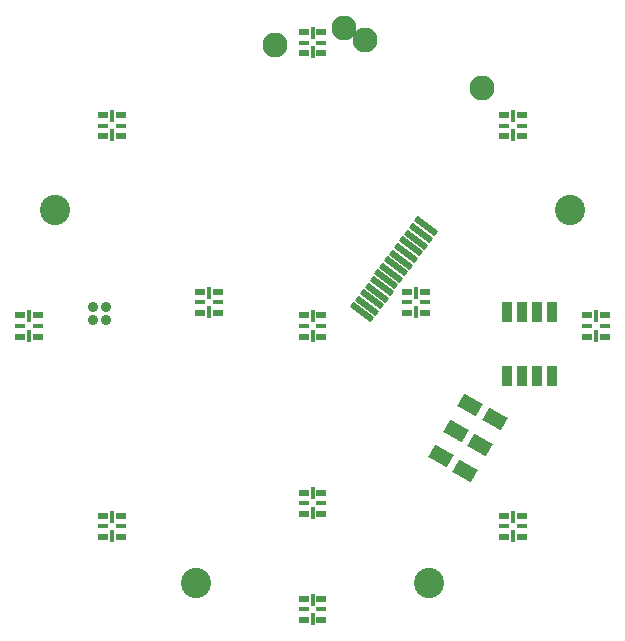
<source format=gbs>
%FSTAX23Y23*%
%MOMM*%
%SFA1B1*%

%IPPOS*%
%AMD85*
4,1,4,-0.480060,0.967740,-1.079500,-0.068580,0.480060,-0.967740,1.079500,0.068580,-0.480060,0.967740,0.0*
%
%AMD86*
4,1,4,0.713740,-0.881380,1.043940,-0.441960,-0.713740,0.881380,-1.043940,0.441960,0.713740,-0.881380,0.0*
%
%ADD72R,0.899998X0.599999*%
%ADD73R,0.899998X0.399999*%
%ADD74R,0.399999X1.099998*%
%ADD82C,2.102996*%
%ADD83C,2.560995*%
%ADD84C,0.888998*%
G04~CAMADD=85~9~0.0~0.0~473.6~709.8~0.0~0.0~0~0.0~0.0~0.0~0.0~0~0.0~0.0~0.0~0.0~0~0.0~0.0~0.0~60.0~850.0~761.0*
%ADD85D85*%
G04~CAMADD=86~9~0.0~0.0~217.7~867.3~0.0~0.0~0~0.0~0.0~0.0~0.0~0~0.0~0.0~0.0~0.0~0~0.0~0.0~0.0~233.0~822.0~693.0*
%ADD86D86*%
%ADD87R,0.812998X1.802996*%
%LNledpendantpcb-1*%
%LPD*%
G54D72*
X09499Y02899D03*
Y01099D03*
X07999Y02899D03*
Y01099D03*
X-00749Y-00899D03*
Y00899D03*
X00749Y-00899D03*
Y00899D03*
X-07999Y02899D03*
Y01099D03*
X-09499Y02899D03*
Y01099D03*
X-00749Y-15899D03*
Y-14099D03*
X00749Y-15899D03*
Y-14099D03*
Y-23099D03*
Y-24899D03*
X-00749Y-23099D03*
Y-24899D03*
X-17719Y-17869D03*
Y-16069D03*
X-16219Y-17869D03*
Y-16069D03*
X-23249Y00899D03*
Y-00899D03*
X-24749Y00899D03*
Y-00899D03*
X-17719Y16069D03*
Y17869D03*
X-16219Y16069D03*
Y17869D03*
X00749Y24899D03*
Y23099D03*
X-00749Y24899D03*
Y23099D03*
X16219Y16069D03*
Y17869D03*
X17719Y16069D03*
Y17869D03*
X24749Y00899D03*
Y-00899D03*
X23249Y00899D03*
Y-00899D03*
X16219Y-17869D03*
Y-16069D03*
X17719Y-17869D03*
Y-16069D03*
G54D73*
X09499Y01999D03*
X07999D03*
X-00749Y0D03*
X00749D03*
X-07999Y01999D03*
X-09499D03*
X-00749Y-14999D03*
X00749D03*
Y-23999D03*
X-00749D03*
X-17719Y-16969D03*
X-16219D03*
X-23249Y0D03*
X-24749D03*
X-17719Y16969D03*
X-16219D03*
X00749Y23999D03*
X-00749D03*
X16219Y16969D03*
X17719D03*
X24749Y0D03*
X23249D03*
X16219Y-16969D03*
X17719D03*
G54D74*
X08749Y02829D03*
Y01169D03*
X0Y-00829D03*
Y00829D03*
X-08749Y02829D03*
Y01169D03*
X0Y-15829D03*
Y-14169D03*
Y-23169D03*
Y-24829D03*
X-16969Y-17799D03*
Y-16139D03*
X-23999Y00829D03*
Y-00829D03*
X-16969Y16139D03*
Y17799D03*
X0Y24829D03*
Y23169D03*
X16969Y16139D03*
Y17799D03*
X23999Y00829D03*
Y-00829D03*
X16969Y-17799D03*
Y-16139D03*
G54D82*
X04433Y2421D03*
X14319Y20115D03*
X-03199Y23799D03*
X02641Y25247D03*
G54D83*
X09853Y-21794D03*
X-09853D03*
X21794Y09853D03*
X-21794D03*
G54D84*
X-17499Y00524D03*
X-18599D03*
X-17499Y01624D03*
X-18599D03*
G54D85*
X1211Y-08874D03*
X15438Y-07909D03*
X12938Y-12239D03*
X14188Y-10074D03*
X1086Y-11039D03*
X1336Y-06709D03*
G54D86*
X04156Y01156D03*
X04578Y01715D03*
X04999Y02274D03*
X0542Y02833D03*
X05842Y03392D03*
X06263Y03951D03*
X06684Y0451D03*
X07105Y05069D03*
X07527Y05628D03*
X07948Y06187D03*
X08369Y06746D03*
X0879Y07305D03*
X09212Y07864D03*
X09633Y08423D03*
G54D87*
X17699Y-04199D03*
X18969D03*
X17699Y01199D03*
X18969D03*
X16429Y-04199D03*
X20239D03*
X16429Y01199D03*
X20239D03*
M02*
</source>
